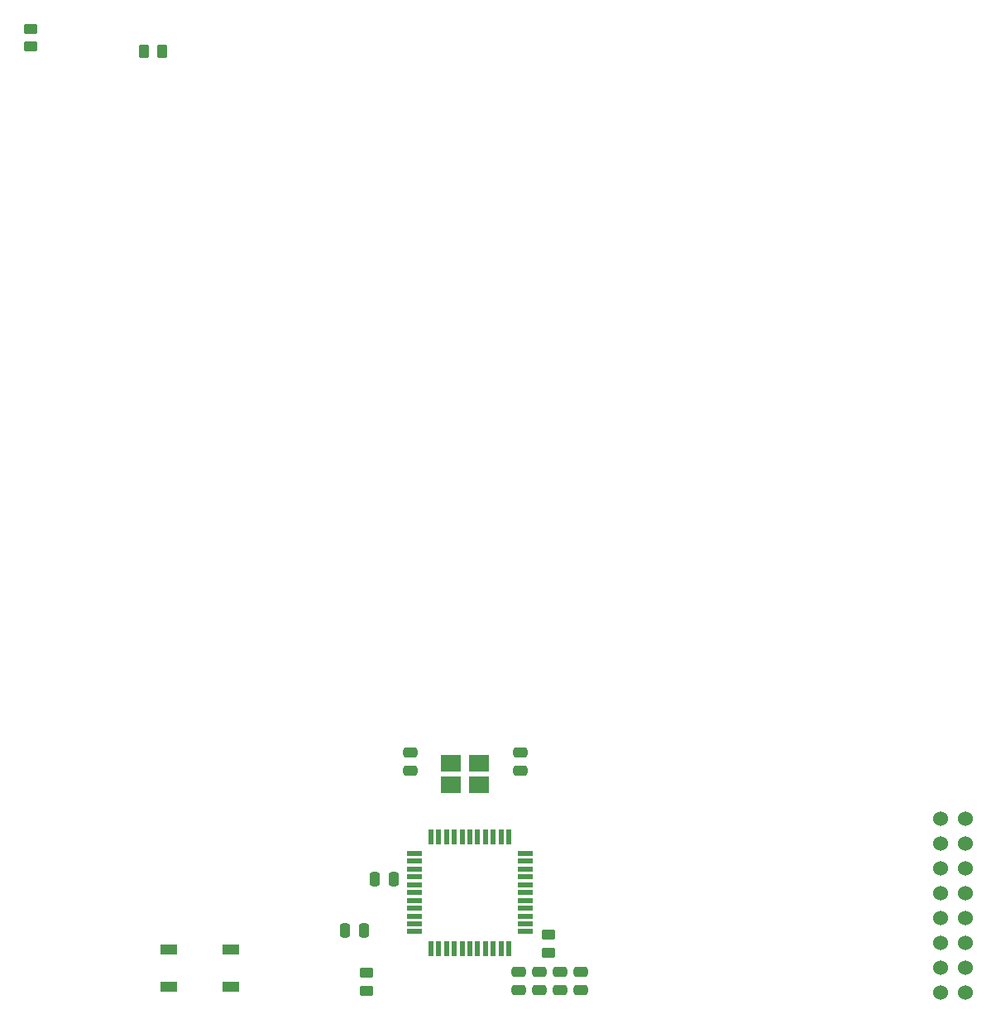
<source format=gbr>
%TF.GenerationSoftware,KiCad,Pcbnew,6.0.2+dfsg-1*%
%TF.CreationDate,2023-05-02T18:44:16+02:00*%
%TF.ProjectId,keyboard2_ctrl,6b657962-6f61-4726-9432-5f6374726c2e,rev?*%
%TF.SameCoordinates,Original*%
%TF.FileFunction,Paste,Bot*%
%TF.FilePolarity,Positive*%
%FSLAX46Y46*%
G04 Gerber Fmt 4.6, Leading zero omitted, Abs format (unit mm)*
G04 Created by KiCad (PCBNEW 6.0.2+dfsg-1) date 2023-05-02 18:44:16*
%MOMM*%
%LPD*%
G01*
G04 APERTURE LIST*
G04 Aperture macros list*
%AMRoundRect*
0 Rectangle with rounded corners*
0 $1 Rounding radius*
0 $2 $3 $4 $5 $6 $7 $8 $9 X,Y pos of 4 corners*
0 Add a 4 corners polygon primitive as box body*
4,1,4,$2,$3,$4,$5,$6,$7,$8,$9,$2,$3,0*
0 Add four circle primitives for the rounded corners*
1,1,$1+$1,$2,$3*
1,1,$1+$1,$4,$5*
1,1,$1+$1,$6,$7*
1,1,$1+$1,$8,$9*
0 Add four rect primitives between the rounded corners*
20,1,$1+$1,$2,$3,$4,$5,0*
20,1,$1+$1,$4,$5,$6,$7,0*
20,1,$1+$1,$6,$7,$8,$9,0*
20,1,$1+$1,$8,$9,$2,$3,0*%
G04 Aperture macros list end*
%ADD10RoundRect,0.250000X-0.450000X0.262500X-0.450000X-0.262500X0.450000X-0.262500X0.450000X0.262500X0*%
%ADD11R,2.100000X1.725000*%
%ADD12RoundRect,0.250000X0.475000X-0.250000X0.475000X0.250000X-0.475000X0.250000X-0.475000X-0.250000X0*%
%ADD13RoundRect,0.250000X-0.475000X0.250000X-0.475000X-0.250000X0.475000X-0.250000X0.475000X0.250000X0*%
%ADD14C,1.524000*%
%ADD15R,1.500000X0.550000*%
%ADD16R,0.550000X1.500000*%
%ADD17R,1.700000X1.000000*%
%ADD18RoundRect,0.250000X0.262500X0.450000X-0.262500X0.450000X-0.262500X-0.450000X0.262500X-0.450000X0*%
%ADD19RoundRect,0.250000X-0.250000X-0.475000X0.250000X-0.475000X0.250000X0.475000X-0.250000X0.475000X0*%
%ADD20RoundRect,0.250000X0.250000X0.475000X-0.250000X0.475000X-0.250000X-0.475000X0.250000X-0.475000X0*%
G04 APERTURE END LIST*
D10*
%TO.C,R_C1*%
X57411360Y-26124036D03*
X57411360Y-27949036D03*
%TD*%
D11*
%TO.C,xital1*%
X100393142Y-101216348D03*
X103293142Y-101216348D03*
X103293142Y-103391348D03*
X100393142Y-103391348D03*
%TD*%
D12*
%TO.C,C_xi1*%
X96265456Y-101995109D03*
X96265456Y-100095109D03*
%TD*%
D13*
%TO.C,C1*%
X111610689Y-122536091D03*
X111610689Y-124436091D03*
%TD*%
D14*
%TO.C,pp1*%
X150524467Y-106861521D03*
X150524467Y-109401521D03*
X150524467Y-111941521D03*
X150524467Y-114481521D03*
X150524467Y-117021521D03*
X150524467Y-119561521D03*
X150524467Y-122101521D03*
X150524467Y-124641521D03*
X153064467Y-106861521D03*
X153064467Y-109401521D03*
X153064467Y-111941521D03*
X153064467Y-114481521D03*
X153064467Y-117021521D03*
X153064467Y-119561521D03*
X153064467Y-122101521D03*
X153064467Y-124641521D03*
%TD*%
D13*
%TO.C,C2*%
X109483982Y-122536091D03*
X109483982Y-124436091D03*
%TD*%
D15*
%TO.C,Cerveau1*%
X96674811Y-118453316D03*
X96674811Y-117653316D03*
X96674811Y-116853316D03*
X96674811Y-116053316D03*
X96674811Y-115253316D03*
X96674811Y-114453316D03*
X96674811Y-113653316D03*
X96674811Y-112853316D03*
X96674811Y-112053316D03*
X96674811Y-111253316D03*
X96674811Y-110453316D03*
D16*
X98374811Y-108753316D03*
X99174811Y-108753316D03*
X99974811Y-108753316D03*
X100774811Y-108753316D03*
X101574811Y-108753316D03*
X102374811Y-108753316D03*
X103174811Y-108753316D03*
X103974811Y-108753316D03*
X104774811Y-108753316D03*
X105574811Y-108753316D03*
X106374811Y-108753316D03*
D15*
X108074811Y-110453316D03*
X108074811Y-111253316D03*
X108074811Y-112053316D03*
X108074811Y-112853316D03*
X108074811Y-113653316D03*
X108074811Y-114453316D03*
X108074811Y-115253316D03*
X108074811Y-116053316D03*
X108074811Y-116853316D03*
X108074811Y-117653316D03*
X108074811Y-118453316D03*
D16*
X106374811Y-120153316D03*
X105574811Y-120153316D03*
X104774811Y-120153316D03*
X103974811Y-120153316D03*
X103174811Y-120153316D03*
X102374811Y-120153316D03*
X101574811Y-120153316D03*
X100774811Y-120153316D03*
X99974811Y-120153316D03*
X99174811Y-120153316D03*
X98374811Y-120153316D03*
%TD*%
D17*
%TO.C,SW1*%
X77890706Y-120320764D03*
X71590706Y-120320764D03*
X77890706Y-124120764D03*
X71590706Y-124120764D03*
%TD*%
D12*
%TO.C,C_xi2*%
X107506349Y-101996305D03*
X107506349Y-100096305D03*
%TD*%
D18*
%TO.C,R_C2*%
X70865422Y-28382592D03*
X69040422Y-28382592D03*
%TD*%
D13*
%TO.C,C4*%
X113715242Y-122536091D03*
X113715242Y-124436091D03*
%TD*%
D19*
%TO.C,0.1*%
X92663208Y-113055960D03*
X94563208Y-113055960D03*
%TD*%
D10*
%TO.C,R_HWB1*%
X110427759Y-118755135D03*
X110427759Y-120580135D03*
%TD*%
%TO.C,R1*%
X91821687Y-122679603D03*
X91821687Y-124504603D03*
%TD*%
D20*
%TO.C,Cglob1*%
X91521143Y-118363888D03*
X89621143Y-118363888D03*
%TD*%
D13*
%TO.C,C3*%
X107335122Y-122536091D03*
X107335122Y-124436091D03*
%TD*%
M02*

</source>
